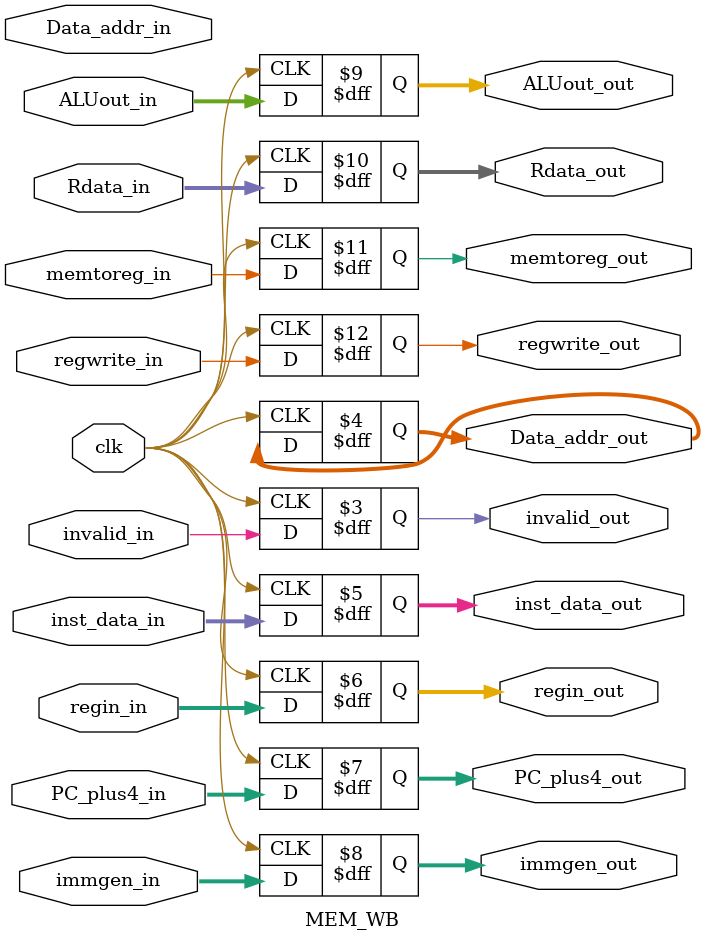
<source format=sv>
`timescale 1ns / 1ns


// Engineer: Youssef Ahmed
// 
// Create Date:    14/08/2023

// Design Name:    MEM_WB stage 

// Module Name:    MEM_WB

// Project Name:   RISC-V

// Target Devices: 

// Tool versions: 

// Description: 
//
//
//////////////////////////////////////////////////////////////////////////////////


module MEM_WB(

		 	 	 	  input clk,
  	 	 	 	     input memtoreg_in,
   	 	 	 	  input regwrite_in,
   	 	 	 	  input [31:0] ALUout_in,
    	 	 	 	  input [31:0] Rdata_in,
    	 	 	 	  input [31:0] immgen_in,
   	 	 	 	  input [31:0] PC_plus4_in,
   	 	 	 	  input [1:0] regin_in,
		 	 	 	  input [31:0] inst_data_in,
		 	 	 	  input [31:0] Data_addr_in,
		 	 	 	  input invalid_in,
		 	 	 	  output logic invalid_out,
		 	 	 	  output logic [31:0] Data_addr_out,
		 	 	 	  output logic [31:0] inst_data_out,
   	 	 	 	  output logic [1:0] regin_out,
   	 	 	 	  output logic [31:0] PC_plus4_out,
   	 	 	 	  output logic [31:0] immgen_out,
   	 	 	 	  output logic [31:0] ALUout_out,
   	 	 	 	  output logic [31:0] Rdata_out,
   	 	 	 	  output logic memtoreg_out,
   	 	 	 	  output logic regwrite_out
  	 	 	 	 	 	 	 	 	 	 	 	 	 	 	 	   );
	 	 	 	 
				 
				 
				 
initial begin
	 
	 ALUout_out = 0;
	 
	 memtoreg_out = 0;
	 
	 regwrite_out = 0;
	 
	 regin_out = 0;
	 
	 immgen_out = 0;
	 
	 Rdata_out = 0;
	 
	 PC_plus4_out = 0;
	 
	 inst_data_out = 0;
	 
	 Data_addr_out = 0; 
	 
	 invalid_out =0;
	 
	 Rdata_out = 0;
	 
 end
	 
	 
	 
	 
always_ff@(posedge clk)begin


	 ALUout_out <= ALUout_in;
	 
	 memtoreg_out <= memtoreg_in;
	 
	 regwrite_out <= regwrite_in;
	 
	 regin_out <= regin_in;
	 
	 immgen_out <= immgen_in;
	 
	 Rdata_out <= Rdata_in;
	 
	 PC_plus4_out <= PC_plus4_in;
	 
	 inst_data_out <= inst_data_in;
	 
	 Data_addr_out <= Data_addr_out; 
	 
	 invalid_out <= invalid_in;
	 
	 
end


endmodule
</source>
